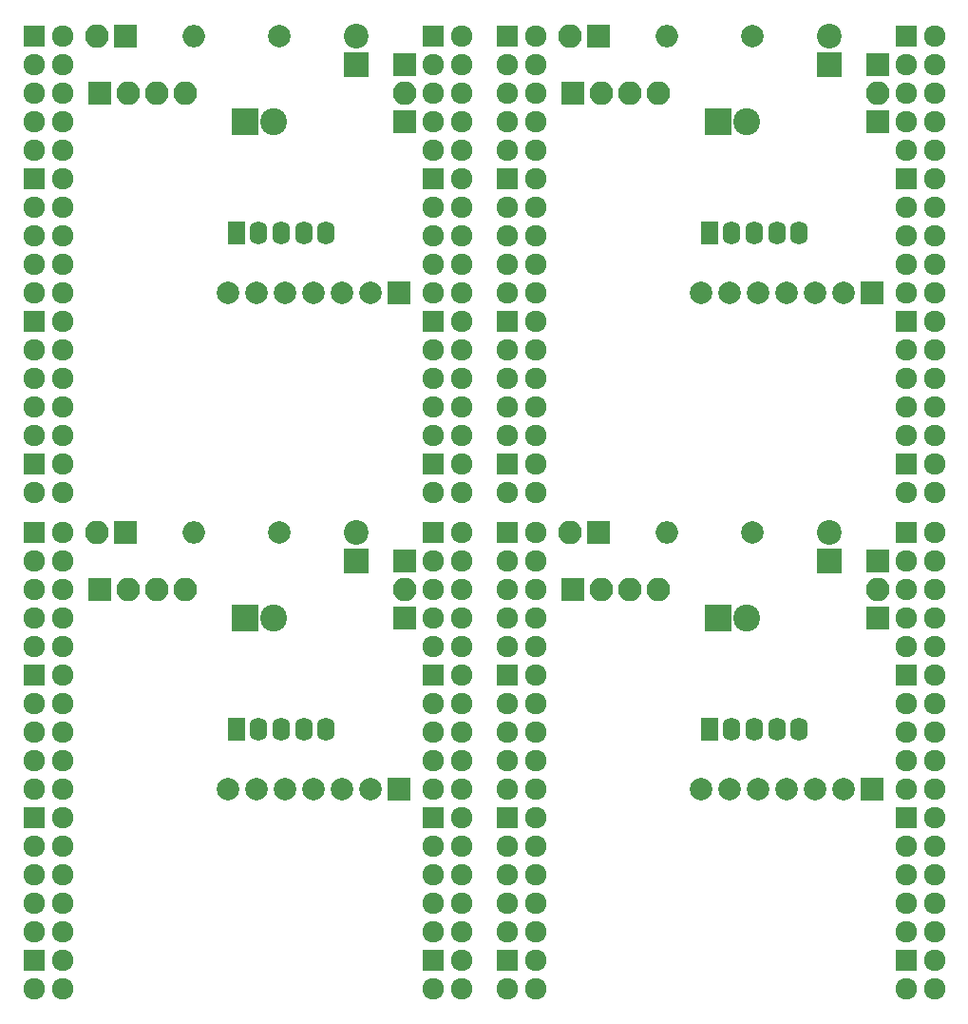
<source format=gts>
G04 #@! TF.FileFunction,Soldermask,Top*
%FSLAX46Y46*%
G04 Gerber Fmt 4.6, Leading zero omitted, Abs format (unit mm)*
G04 Created by KiCad (PCBNEW 4.0.7-e2-6376~58~ubuntu16.04.1) date Sat Apr 14 23:56:37 2018*
%MOMM*%
%LPD*%
G01*
G04 APERTURE LIST*
%ADD10C,0.100000*%
%ADD11R,1.600000X2.100000*%
%ADD12O,1.600000X2.100000*%
%ADD13R,2.100000X2.100000*%
%ADD14O,2.100000X2.100000*%
%ADD15C,2.000000*%
%ADD16O,2.000000X2.000000*%
%ADD17R,2.000000X2.000000*%
%ADD18R,2.200000X2.200000*%
%ADD19C,2.200000*%
%ADD20R,2.400000X2.400000*%
%ADD21C,2.400000*%
%ADD22C,1.924000*%
%ADD23R,1.924000X1.924000*%
G04 APERTURE END LIST*
D10*
D11*
X126746000Y-74422000D03*
D12*
X128746000Y-74422000D03*
X130746000Y-74422000D03*
X132746000Y-74422000D03*
X134746000Y-74422000D03*
D13*
X114554000Y-61976000D03*
D14*
X117094000Y-61976000D03*
X119634000Y-61976000D03*
X122174000Y-61976000D03*
D13*
X141732000Y-64516000D03*
X141732000Y-59436000D03*
D14*
X141732000Y-61976000D03*
D13*
X116840000Y-56896000D03*
D14*
X114300000Y-56896000D03*
D15*
X130556000Y-56896000D03*
D16*
X122936000Y-56896000D03*
D17*
X141224000Y-79756000D03*
D15*
X138684000Y-79756000D03*
X136144000Y-79756000D03*
X133604000Y-79756000D03*
X131064000Y-79756000D03*
X128524000Y-79756000D03*
X125984000Y-79756000D03*
D18*
X137414000Y-59436000D03*
D19*
X137414000Y-56896000D03*
D20*
X127508000Y-64516000D03*
D21*
X130048000Y-64516000D03*
D22*
X111252000Y-56896000D03*
D23*
X108712000Y-56896000D03*
D22*
X111252000Y-59436000D03*
X108712000Y-59436000D03*
X111252000Y-97536000D03*
X108712000Y-97536000D03*
X111252000Y-94996000D03*
D23*
X108712000Y-94996000D03*
D22*
X111252000Y-92456000D03*
X108712000Y-92456000D03*
X111252000Y-89916000D03*
X108712000Y-89916000D03*
X111252000Y-87376000D03*
X108712000Y-87376000D03*
X111252000Y-84836000D03*
X108712000Y-84836000D03*
X111252000Y-82296000D03*
D23*
X108712000Y-82296000D03*
D22*
X111252000Y-79756000D03*
X108712000Y-79756000D03*
X111252000Y-77216000D03*
X108712000Y-77216000D03*
X111252000Y-74676000D03*
X108712000Y-74676000D03*
X111252000Y-72136000D03*
X108712000Y-72136000D03*
X111252000Y-69596000D03*
D23*
X108712000Y-69596000D03*
D22*
X111252000Y-67056000D03*
X108712000Y-67056000D03*
X111252000Y-64516000D03*
X108712000Y-64516000D03*
X111252000Y-61976000D03*
X108712000Y-61976000D03*
X144272000Y-61976000D03*
X146812000Y-61976000D03*
X144272000Y-64516000D03*
X146812000Y-64516000D03*
X144272000Y-67056000D03*
X146812000Y-67056000D03*
D23*
X144272000Y-69596000D03*
D22*
X146812000Y-69596000D03*
X144272000Y-72136000D03*
X146812000Y-72136000D03*
X144272000Y-74676000D03*
X146812000Y-74676000D03*
X144272000Y-77216000D03*
X146812000Y-77216000D03*
X144272000Y-79756000D03*
X146812000Y-79756000D03*
D23*
X144272000Y-82296000D03*
D22*
X146812000Y-82296000D03*
X144272000Y-84836000D03*
X146812000Y-84836000D03*
X144272000Y-87376000D03*
X146812000Y-87376000D03*
X144272000Y-89916000D03*
X146812000Y-89916000D03*
X144272000Y-92456000D03*
X146812000Y-92456000D03*
D23*
X144272000Y-94996000D03*
D22*
X146812000Y-94996000D03*
X144272000Y-97536000D03*
X146812000Y-97536000D03*
X144272000Y-59436000D03*
X146812000Y-59436000D03*
D23*
X144272000Y-56896000D03*
D22*
X146812000Y-56896000D03*
X153416000Y-56896000D03*
D23*
X150876000Y-56896000D03*
D22*
X153416000Y-59436000D03*
X150876000Y-59436000D03*
X153416000Y-97536000D03*
X150876000Y-97536000D03*
X153416000Y-94996000D03*
D23*
X150876000Y-94996000D03*
D22*
X153416000Y-92456000D03*
X150876000Y-92456000D03*
X153416000Y-89916000D03*
X150876000Y-89916000D03*
X153416000Y-87376000D03*
X150876000Y-87376000D03*
X153416000Y-84836000D03*
X150876000Y-84836000D03*
X153416000Y-82296000D03*
D23*
X150876000Y-82296000D03*
D22*
X153416000Y-79756000D03*
X150876000Y-79756000D03*
X153416000Y-77216000D03*
X150876000Y-77216000D03*
X153416000Y-74676000D03*
X150876000Y-74676000D03*
X153416000Y-72136000D03*
X150876000Y-72136000D03*
X153416000Y-69596000D03*
D23*
X150876000Y-69596000D03*
D22*
X153416000Y-67056000D03*
X150876000Y-67056000D03*
X153416000Y-64516000D03*
X150876000Y-64516000D03*
X153416000Y-61976000D03*
X150876000Y-61976000D03*
X186436000Y-61976000D03*
X188976000Y-61976000D03*
X186436000Y-64516000D03*
X188976000Y-64516000D03*
X186436000Y-67056000D03*
X188976000Y-67056000D03*
D23*
X186436000Y-69596000D03*
D22*
X188976000Y-69596000D03*
X186436000Y-72136000D03*
X188976000Y-72136000D03*
X186436000Y-74676000D03*
X188976000Y-74676000D03*
X186436000Y-77216000D03*
X188976000Y-77216000D03*
X186436000Y-79756000D03*
X188976000Y-79756000D03*
D23*
X186436000Y-82296000D03*
D22*
X188976000Y-82296000D03*
X186436000Y-84836000D03*
X188976000Y-84836000D03*
X186436000Y-87376000D03*
X188976000Y-87376000D03*
X186436000Y-89916000D03*
X188976000Y-89916000D03*
X186436000Y-92456000D03*
X188976000Y-92456000D03*
D23*
X186436000Y-94996000D03*
D22*
X188976000Y-94996000D03*
X186436000Y-97536000D03*
X188976000Y-97536000D03*
X186436000Y-59436000D03*
X188976000Y-59436000D03*
D23*
X186436000Y-56896000D03*
D22*
X188976000Y-56896000D03*
D20*
X169672000Y-64516000D03*
D21*
X172212000Y-64516000D03*
D18*
X179578000Y-59436000D03*
D19*
X179578000Y-56896000D03*
D17*
X183388000Y-79756000D03*
D15*
X180848000Y-79756000D03*
X178308000Y-79756000D03*
X175768000Y-79756000D03*
X173228000Y-79756000D03*
X170688000Y-79756000D03*
X168148000Y-79756000D03*
X172720000Y-56896000D03*
D16*
X165100000Y-56896000D03*
D13*
X159004000Y-56896000D03*
D14*
X156464000Y-56896000D03*
D13*
X183896000Y-59436000D03*
D14*
X183896000Y-61976000D03*
D13*
X183896000Y-64516000D03*
X156718000Y-61976000D03*
D14*
X159258000Y-61976000D03*
X161798000Y-61976000D03*
X164338000Y-61976000D03*
D11*
X168910000Y-74422000D03*
D12*
X170910000Y-74422000D03*
X172910000Y-74422000D03*
X174910000Y-74422000D03*
X176910000Y-74422000D03*
D11*
X168910000Y-118618000D03*
D12*
X170910000Y-118618000D03*
X172910000Y-118618000D03*
X174910000Y-118618000D03*
X176910000Y-118618000D03*
D13*
X156718000Y-106172000D03*
D14*
X159258000Y-106172000D03*
X161798000Y-106172000D03*
X164338000Y-106172000D03*
D13*
X183896000Y-108712000D03*
X183896000Y-103632000D03*
D14*
X183896000Y-106172000D03*
D13*
X159004000Y-101092000D03*
D14*
X156464000Y-101092000D03*
D15*
X172720000Y-101092000D03*
D16*
X165100000Y-101092000D03*
D17*
X183388000Y-123952000D03*
D15*
X180848000Y-123952000D03*
X178308000Y-123952000D03*
X175768000Y-123952000D03*
X173228000Y-123952000D03*
X170688000Y-123952000D03*
X168148000Y-123952000D03*
D18*
X179578000Y-103632000D03*
D19*
X179578000Y-101092000D03*
D20*
X169672000Y-108712000D03*
D21*
X172212000Y-108712000D03*
D22*
X153416000Y-101092000D03*
D23*
X150876000Y-101092000D03*
D22*
X153416000Y-103632000D03*
X150876000Y-103632000D03*
X153416000Y-141732000D03*
X150876000Y-141732000D03*
X153416000Y-139192000D03*
D23*
X150876000Y-139192000D03*
D22*
X153416000Y-136652000D03*
X150876000Y-136652000D03*
X153416000Y-134112000D03*
X150876000Y-134112000D03*
X153416000Y-131572000D03*
X150876000Y-131572000D03*
X153416000Y-129032000D03*
X150876000Y-129032000D03*
X153416000Y-126492000D03*
D23*
X150876000Y-126492000D03*
D22*
X153416000Y-123952000D03*
X150876000Y-123952000D03*
X153416000Y-121412000D03*
X150876000Y-121412000D03*
X153416000Y-118872000D03*
X150876000Y-118872000D03*
X153416000Y-116332000D03*
X150876000Y-116332000D03*
X153416000Y-113792000D03*
D23*
X150876000Y-113792000D03*
D22*
X153416000Y-111252000D03*
X150876000Y-111252000D03*
X153416000Y-108712000D03*
X150876000Y-108712000D03*
X153416000Y-106172000D03*
X150876000Y-106172000D03*
X186436000Y-106172000D03*
X188976000Y-106172000D03*
X186436000Y-108712000D03*
X188976000Y-108712000D03*
X186436000Y-111252000D03*
X188976000Y-111252000D03*
D23*
X186436000Y-113792000D03*
D22*
X188976000Y-113792000D03*
X186436000Y-116332000D03*
X188976000Y-116332000D03*
X186436000Y-118872000D03*
X188976000Y-118872000D03*
X186436000Y-121412000D03*
X188976000Y-121412000D03*
X186436000Y-123952000D03*
X188976000Y-123952000D03*
D23*
X186436000Y-126492000D03*
D22*
X188976000Y-126492000D03*
X186436000Y-129032000D03*
X188976000Y-129032000D03*
X186436000Y-131572000D03*
X188976000Y-131572000D03*
X186436000Y-134112000D03*
X188976000Y-134112000D03*
X186436000Y-136652000D03*
X188976000Y-136652000D03*
D23*
X186436000Y-139192000D03*
D22*
X188976000Y-139192000D03*
X186436000Y-141732000D03*
X188976000Y-141732000D03*
X186436000Y-103632000D03*
X188976000Y-103632000D03*
D23*
X186436000Y-101092000D03*
D22*
X188976000Y-101092000D03*
X111252000Y-101092000D03*
D23*
X108712000Y-101092000D03*
D22*
X111252000Y-103632000D03*
X108712000Y-103632000D03*
X111252000Y-141732000D03*
X108712000Y-141732000D03*
X111252000Y-139192000D03*
D23*
X108712000Y-139192000D03*
D22*
X111252000Y-136652000D03*
X108712000Y-136652000D03*
X111252000Y-134112000D03*
X108712000Y-134112000D03*
X111252000Y-131572000D03*
X108712000Y-131572000D03*
X111252000Y-129032000D03*
X108712000Y-129032000D03*
X111252000Y-126492000D03*
D23*
X108712000Y-126492000D03*
D22*
X111252000Y-123952000D03*
X108712000Y-123952000D03*
X111252000Y-121412000D03*
X108712000Y-121412000D03*
X111252000Y-118872000D03*
X108712000Y-118872000D03*
X111252000Y-116332000D03*
X108712000Y-116332000D03*
X111252000Y-113792000D03*
D23*
X108712000Y-113792000D03*
D22*
X111252000Y-111252000D03*
X108712000Y-111252000D03*
X111252000Y-108712000D03*
X108712000Y-108712000D03*
X111252000Y-106172000D03*
X108712000Y-106172000D03*
X144272000Y-106172000D03*
X146812000Y-106172000D03*
X144272000Y-108712000D03*
X146812000Y-108712000D03*
X144272000Y-111252000D03*
X146812000Y-111252000D03*
D23*
X144272000Y-113792000D03*
D22*
X146812000Y-113792000D03*
X144272000Y-116332000D03*
X146812000Y-116332000D03*
X144272000Y-118872000D03*
X146812000Y-118872000D03*
X144272000Y-121412000D03*
X146812000Y-121412000D03*
X144272000Y-123952000D03*
X146812000Y-123952000D03*
D23*
X144272000Y-126492000D03*
D22*
X146812000Y-126492000D03*
X144272000Y-129032000D03*
X146812000Y-129032000D03*
X144272000Y-131572000D03*
X146812000Y-131572000D03*
X144272000Y-134112000D03*
X146812000Y-134112000D03*
X144272000Y-136652000D03*
X146812000Y-136652000D03*
D23*
X144272000Y-139192000D03*
D22*
X146812000Y-139192000D03*
X144272000Y-141732000D03*
X146812000Y-141732000D03*
X144272000Y-103632000D03*
X146812000Y-103632000D03*
D23*
X144272000Y-101092000D03*
D22*
X146812000Y-101092000D03*
D20*
X127508000Y-108712000D03*
D21*
X130048000Y-108712000D03*
D18*
X137414000Y-103632000D03*
D19*
X137414000Y-101092000D03*
D17*
X141224000Y-123952000D03*
D15*
X138684000Y-123952000D03*
X136144000Y-123952000D03*
X133604000Y-123952000D03*
X131064000Y-123952000D03*
X128524000Y-123952000D03*
X125984000Y-123952000D03*
X130556000Y-101092000D03*
D16*
X122936000Y-101092000D03*
D13*
X116840000Y-101092000D03*
D14*
X114300000Y-101092000D03*
D13*
X141732000Y-103632000D03*
D14*
X141732000Y-106172000D03*
D13*
X141732000Y-108712000D03*
X114554000Y-106172000D03*
D14*
X117094000Y-106172000D03*
X119634000Y-106172000D03*
X122174000Y-106172000D03*
D11*
X126746000Y-118618000D03*
D12*
X128746000Y-118618000D03*
X130746000Y-118618000D03*
X132746000Y-118618000D03*
X134746000Y-118618000D03*
M02*

</source>
